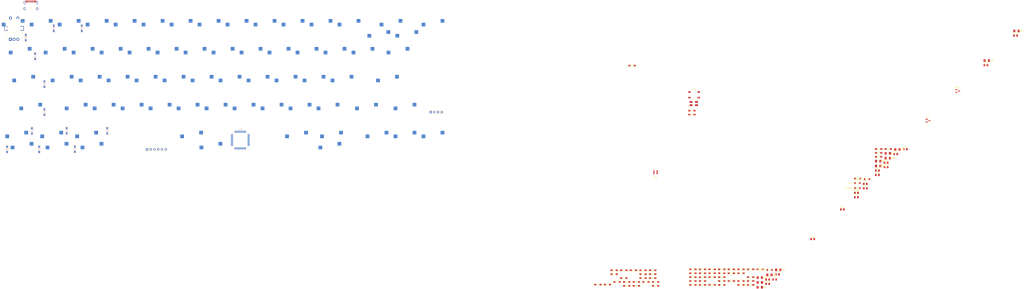
<source format=kicad_pcb>
(kicad_pcb (version 20211014) (generator pcbnew)
  (title_block (title "SharkPCB") (date "2019-09-10") (rev "Alpha") (company "SharkPCB") (comment 1 "And u/ajp10304") (comment 2 "In partnership with Steve from WoodCables") (comment 3 "Designed By Gondolindrim"))
  (layers (0 "F.Cu" signal) (31 "B.Cu" signal) (34 "B.Paste" user) (35 "F.Paste" user) (36 "B.SilkS" user "B.Silkscreen") (37 "F.SilkS" user "F.Silkscreen") (38 "B.Mask" user) (39 "F.Mask" user) (44 "Edge.Cuts" user))
  (net 0 "")
  (net 1 "GND")
  (net 2 "Net-(D11-Pad2)")
  (net 3 "Net-(D12-Pad2)")
  (net 4 "Net-(D13-Pad2)")
  (net 5 "Net-(D14-Pad2)")
  (net 6 "Net-(D15-Pad2)")
  (net 7 "Net-(D16-Pad2)")
  (net 8 "Net-(D17-Pad2)")
  (net 9 "Net-(D18-Pad2)")
  (net 10 "Net-(D19-Pad2)")
  (net 11 "Net-(D21-Pad2)")
  (net 12 "Net-(D22-Pad2)")
  (net 13 "Net-(D23-Pad2)")
  (net 14 "Net-(D24-Pad2)")
  (net 15 "Net-(D25-Pad2)")
  (net 16 "Net-(D26-Pad2)")
  (net 17 "Net-(D27-Pad2)")
  (net 18 "Net-(D28-Pad2)")
  (net 19 "Net-(D29-Pad2)")
  (net 20 "Net-(D31-Pad2)")
  (net 21 "Net-(D32-Pad2)")
  (net 22 "Net-(D33-Pad2)")
  (net 23 "Net-(D34-Pad2)")
  (net 24 "Net-(D35-Pad2)")
  (net 25 "Net-(D36-Pad2)")
  (net 26 "Net-(D38-Pad2)")
  (net 27 "Net-(D39-Pad2)")
  (net 28 "Net-(D41-Pad2)")
  (net 29 "Net-(D42-Pad2)")
  (net 30 "Net-(D43-Pad2)")
  (net 31 "Net-(D44-Pad2)")
  (net 32 "Net-(D45-Pad2)")
  (net 33 "Net-(D46-Pad2)")
  (net 34 "Net-(D47-Pad2)")
  (net 35 "Net-(D1-Pad2)")
  (net 36 "Net-(D2-Pad2)")
  (net 37 "Net-(D3-Pad2)")
  (net 38 "Net-(D4-Pad2)")
  (net 39 "Net-(D5-Pad2)")
  (net 40 "Net-(D6-Pad2)")
  (net 41 "Net-(D7-Pad2)")
  (net 42 "Net-(D8-Pad2)")
  (net 43 "Net-(D9-Pad2)")
  (net 44 "Net-(D10-Pad2)")
  (net 45 "Net-(D20-Pad2)")
  (net 46 "Net-(D30-Pad2)")
  (net 47 "Net-(D40-Pad2)")
  (net 48 "XTAL2")
  (net 49 "XTAL1")
  (net 50 "Row1")
  (net 51 "Row2")
  (net 52 "Row3")
  (net 53 "Row4")
  (net 54 "D-")
  (net 55 "Col1")
  (net 56 "Col2")
  (net 57 "Col3")
  (net 58 "Col4")
  (net 59 "Col5")
  (net 60 "Col6")
  (net 61 "Col7")
  (net 62 "Col8")
  (net 63 "Col9")
  (net 64 "Col10")
  (net 65 "Col11")
  (net 66 "Col12")
  (net 67 "Net-(D0-Pad2)")
  (net 68 "Net-(D4_2-Pad2)")
  (net 69 "Net-(D9_2-Pad2)")
  (net 70 "Net-(D14_2-Pad2)")
  (net 71 "Net-(D27_2-Pad2)")
  (net 72 "Net-(D37-Pad2)")
  (net 73 "Net-(D48-Pad2)")
  (net 74 "Net-(D49-Pad2)")
  (net 75 "Net-(D50-Pad2)")
  (net 76 "Net-(D51-Pad2)")
  (net 77 "Net-(D52-Pad2)")
  (net 78 "Net-(D53-Pad2)")
  (net 79 "Net-(D52_2-Pad2)")
  (net 80 "Net-(D54-Pad2)")
  (net 81 "Net-(D55-Pad2)")
  (net 82 "Net-(D56-Pad2)")
  (net 83 "Net-(D57-Pad2)")
  (net 84 "Net-(D58-Pad2)")
  (net 85 "Net-(D59-Pad2)")
  (net 86 "Net-(D60-Pad2)")
  (net 87 "Net-(D61-Pad2)")
  (net 88 "Net-(D62-Pad2)")
  (net 89 "Net-(D63-Pad2)")
  (net 90 "Net-(D64-Pad2)")
  (net 91 "Net-(D55_2-Pad2)")
  (net 94 "Col0")
  (net 95 "Col13")
  (net 96 "Col14")
  (net 97 "Col15")
  (net 117 "BOOT0")
  (net 118 "5V")
  (net 119 "3.3V")
  (net 120 "NRST")
  (net 121 "Net-(DRST1-Pad2)")
  (net 122 "VBUS")
  (net 123 "Net-(J1-PadA5)")
  (net 126 "EncA")
  (net 127 "EncB")
  (net 128 "EncS1")
  (net 129 "SCL")
  (net 130 "SDA")
  (net 131 "CASE")
  (net 132 "SWCLK")
  (net 133 "SWDIO")
  (net 134 "Net-(CESD1-Pad2)")
  (net 135 "D+Bus")
  (net 136 "D-Bus")
  (net 137 "Net-(CSH1-Pad2)")
  (net 138 "D+")
  (net 139 "Net-(RDM1-Pad2)")
  (net 140 "Net-(RDP1-Pad2)")
  (net 141 "EncOutA")
  (net 142 "EncOutB")
  (net 143 "Net-(J1-PadB5)")
  (footprint "MX_Only:MXOnly-1U-Hotswap" (layer "F.Cu") (at 305.9255 115.418)
    (fp_text reference "SW62")
    (fp_text value "SW_PUSH")
  )
  (footprint "kbd:D3_SMD_v2" (layer "F.Cu") (at 514.38175 214.1841)
    (fp_text reference "D33" hide)
    (fp_text value "D" hide)
  )
  (footprint "Capacitor_SMD:C_0805_2012Metric_Pad1.18x1.45mm_HandSolder" (layer "F.Cu") (at 632.81175 130.9141)
    (fp_text reference "CB1")
    (fp_text value "10n")
  )
  (footprint "MX_Only:MXOnly-1U-Hotswap" (layer "F.Cu") (at 201.1505 58.268)
    (fp_text reference "SW37")
    (fp_text value "SW_PUSH")
  )
  (footprint "Capacitor_SMD:C_0805_2012Metric_Pad1.18x1.45mm_HandSolder" (layer "F.Cu") (at 552.21175 210.5041)
    (fp_text reference "CVB4")
    (fp_text value "1u")
  )
  (footprint "kbd:D3_SMD_v2" (layer "F.Cu") (at 456.23175 214.8241)
    (fp_text reference "D42" hide)
    (fp_text value "D" hide)
  )
  (footprint "Keebio-Part:SW_SPST_TL3342" (layer "F.Cu") (at 502.12175 84.5841)
    (fp_text reference "SRST1")
    (fp_text value "SW_Push")
  )
  (footprint "MX_Only:MXOnly-1U-Hotswap" (layer "F.Cu") (at 305.9255 39.218 180)
    (fp_text reference "SW58")
    (fp_text value "SW_PUSH")
  )
  (footprint "MX_Only:MXOnly-1U-Hotswap" (layer "F.Cu") (at 101.138 96.368)
    (fp_text reference "SW13")
    (fp_text value "SW_PUSH")
  )
  (footprint "MX_Only:MXOnly-1U-Hotswap" (layer "F.Cu") (at 67.8005 58.268)
    (fp_text reference "SW6")
    (fp_text value "SW_PUSH")
  )
  (footprint "MX_Only:MXOnly-1U-Hotswap" (layer "F.Cu") (at 277.3505 58.268)
    (fp_text reference "SW54")
    (fp_text value "SW_PUSH")
  )
  (footprint "acheron_Components:R_SMD_1206" (layer "F.Cu") (at 627.43175 129.7741)
    (fp_text reference "RCC2")
    (fp_text value "5.1k")
  )
  (footprint "MX_Only:MXOnly-1.5U-Hotswap" (layer "F.Cu") (at 43.988 115.418 180)
    (fp_text reference "SW4_2")
    (fp_text value "SW_PUSH_1.5")
  )
  (footprint "acheron_Components:D_SOD-123" (layer "F.Cu") (at 613.30175 144.7541)
    (fp_text reference "DF1")
    (fp_text value "RB060M-60TR")
  )
  (footprint "MX_Only:MXOnly-1U-Hotswap" (layer "F.Cu") (at 191.6255 39.218)
    (fp_text reference "SW36")
    (fp_text value "SW_PUSH")
  )
  (footprint "kbd:D3_SMD_v2" (layer "F.Cu") (at 627.73175 121.5041)
    (fp_text reference "D23" hide)
    (fp_text value "D" hide)
  )
  (footprint "kbd:D3_SMD_v2" (layer "F.Cu") (at 514.38175 203.5841)
    (fp_text reference "D43" hide)
    (fp_text value "D" hide)
  )
  (footprint "MX_Only:MXOnly-1U-Hotswap" (layer "F.Cu") (at 324.9755 115.418)
    (fp_text reference "SW64")
    (fp_text value "SW_PUSH")
  )
  (footprint "MX_Only:MXOnly-1.25U-Hotswap" (layer "F.Cu") (at 255.91925 115.418)
    (fp_text reference "SW48")
    (fp_text value "SW_PUSH_1.25")
  )
  (footprint "MX_Only:MXOnly-1U-Hotswap" (layer "F.Cu") (at 182.1005 58.268)
    (fp_text reference "SW33")
    (fp_text value "SW_PUSH")
  )
  (footprint "acheron_Components:R_SMD_1206" (layer "F.Cu") (at 546.83175 212.4941)
    (fp_text reference "RA2")
    (fp_text value "10k")
  )
  (footprint "MX_Only:MXOnly-1.5U-Hotswap" (layer "F.Cu") (at 43.988 58.268)
    (fp_text reference "SW1")
    (fp_text value "SW_PUSH_1.5")
  )
  (footprint "MX_Only:MXOnly-1U-Hotswap" (layer "F.Cu") (at 39.2255 39.218)
    (fp_text reference "SW0")
    (fp_text value "SW_PUSH")
  )
  (footprint "MX_Only:MXOnly-1U-Hotswap" (layer "F.Cu") (at 134.4755 39.218)
    (fp_text reference "SW23")
    (fp_text value "SW_PUSH")
  )
  (footprint "Capacitor_SMD:C_0805_2012Metric_Pad1.18x1.45mm_HandSolder" (layer "F.Cu") (at 612.58175 154.4441)
    (fp_text reference "CVB3")
    (fp_text value "100n")
  )
  (footprint "kbd:D3_SMD_v2" (layer "F.Cu") (at 460.80175 204.2241)
    (fp_text reference "D57" hide)
    (fp_text value "D" hide)
  )
  (footprint "kbd:D3_SMD_v2" (layer "F.Cu") (at 467.35175 206.8741)
    (fp_text reference "D31" hide)
    (fp_text value "D" hide)
  )
  (footprint "MX_Only:MXOnly-1.75U-Hotswap" (layer "F.Cu") (at 46.36925 77.318)
    (fp_text reference "SW2")
    (fp_text value "SW_PUSH_1.75")
  )
  (footprint "Capacitor_SMD:C_0805_2012Metric_Pad1.18x1.45mm_HandSolder" (layer "F.Cu") (at 626.86175 139.2241)
    (fp_text reference "CVB6")
    (fp_text value "4.7u")
  )
  (footprint "MX_Only:MXOnly-1U-Hotswap" (layer "F.Cu") (at 158.288 96.368)
    (fp_text reference "SW26")
    (fp_text value "SW_PUSH")
  )
  (footprint "kbd:D3_SMD_v2" (layer "F.Cu") (at 500.62175 98.0541)
    (fp_text reference "D11" hide)
    (fp_text value "D" hide)
  )
  (footprint "Capacitor_SMD:C_0805_2012Metric_Pad1.18x1.45mm_HandSolder" (layer "F.Cu") (at 618.63175 145.3341)
    (fp_text reference "CX2")
    (fp_text value "22p")
  )
  (footprint "acheron_Components:D_SOD-123" (layer "F.Cu") (at 613.30175 148.2041)
    (fp_text reference "DLDO1")
    (fp_text value "1N4007")
  )
  (footprint "kbd:D3_SMD_v2" (layer "F.Cu") (at 534.03175 203.5841)
    (fp_text reference "D59" hide)
    (fp_text value "D" hide)
  )
  (footprint "acheron_Components:R_SMD_1206" (layer "F.Cu") (at 553.38175 207.3541)
    (fp_text reference "RB2")
    (fp_text value "10k")
  )
  (footprint "MX_Only:MXOnly-1U-Hotswap" (layer "F.Cu") (at 77.3255 39.218)
    (fp_text reference "SW10")
    (fp_text value "SW_PUSH")
  )
  (footprint "MX_Only:MXOnly-1U-Hotswap" (layer "F.Cu") (at 120.188 96.368)
    (fp_text reference "SW18")
    (fp_text value "SW_PUSH")
  )
  (footprint "kbd:D3_SMD_v2" (layer "F.Cu") (at 507.83175 211.5341)
    (fp_text reference "D54" hide)
    (fp_text value "D" hide)
  )
  (footprint "MX_Only:MXOnly-1U-Hotswap" (layer "F.Cu") (at 96.3755 39.218)
    (fp_text reference "SW15")
    (fp_text value "SW_PUSH")
  )
  (footprint "acheron_Components:R_SMD_1206" (layer "F.Cu") (at 640.53175 121.8241)
    (fp_text reference "RDM1")
    (fp_text value "22R")
  )
  (footprint "MX_Only:MXOnly-1U-Hotswap" (layer "F.Cu") (at 129.713 77.318)
    (fp_text reference "SW21")
    (fp_text value "SW_PUSH")
  )
  (footprint "kbd:D3_SMD_v2" (layer "F.Cu") (at 613.45175 141.7041)
    (fp_text reference "D19" hide)
    (fp_text value "D" hide)
  )
  (footprint "Keebio-Part:RotaryEncoder_EC11" (layer "F.Cu") (at 39.2255 39.218 90)
    (fp_text reference "ROT1")
    (fp_text value "Rotary_Encoder_Switch")
  )
  (footprint "acheron_Components:D_SOD-123" (layer "F.Cu") (at 553.53175 203.9841)
    (fp_text reference "DESD1")
    (fp_text value "1N4007")
  )
  (footprint "kbd:D3_SMD_v2" (layer "F.Cu") (at 627.73175 124.1541)
    (fp_text reference "D16" hide)
    (fp_text value "D" hide)
  )
  (footprint "kbd:D3_SMD_v2" (layer "F.Cu") (at 473.90175 209.5241)
    (fp_text reference "D7" hide)
    (fp_text value "D" hide)
  )
  (footprint "kbd:D3_SMD_v2" (layer "F.Cu") (at 507.83175 214.1841)
    (fp_text reference "D41" hide)
    (fp_text value "D" hide)
  )
  (footprint "kbd:D3_SMD_v2" (layer "F.Cu") (at 507.83175 203.5841)
    (fp_text reference "D45" hide)
    (fp_text value "D" hide)
  )
  (footprint "Capacitor_SMD:C_0805_2012Metric_Pad1.18x1.45mm_HandSolder" (layer "F.Cu") (at 612.58175 151.4341)
    (fp_text reference "CUSB1")
    (fp_text value "4.7n")
  )
  (footprint "MX_Only:MXOnly-1U-Hotswap" (layer "F.Cu") (at 205.913 77.318)
    (fp_text reference "SW38")
    (fp_text value "SW_PUSH")
  )
  (footprint "MX_Only:MXOnly-1U-Hotswap" (layer "F.Cu") (at 144.0005 58.268)
    (fp_text reference "SW24")
    (fp_text value "SW_PUSH")
  )
  (footprint "Package_TO_SOT_SMD:SOT-23" (layer "F.Cu") (at 681.58175 82.0041)
    (fp_text reference "QRST1")
    (fp_text value "DTC123J")
  )
  (footprint "MX_Only:MXOnly-2U-Hotswap" (layer "F.Cu") (at 296.4005 39.218)
    (fp_text reference "SW55_2")
    (fp_text value "SW_PUSH_2")
  )
  (footprint "Capacitor_SMD:C_0805_2012Metric_Pad1.18x1.45mm_HandSolder" (layer "F.Cu") (at 632.81175 133.9241)
    (fp_text reference "CVB5")
    (fp_text value "10n")
  )
  (footprint "MX_Only:MXOnly-1.5U-Hotswap" (layer "F.Cu") (at 301.163 58.268)
    (fp_text reference "SW59")
    (fp_text value "SW_PUSH_1.5")
  )
  (footprint "kbd:D3_SMD_v2" (layer "F.Cu") (at 627.73175 126.8041)
    (fp_text reference "D21" hide)
    (fp_text value "D" hide)
  )
  (footprint "kbd:D3_SMD_v2" (layer "F.Cu") (at 501.28175 208.8841)
    (fp_text reference "D52" hide)
    (fp_text value "D" hide)
  )
  (footprint "Capacitor_SMD:C_0805_2012Metric_Pad1.18x1.45mm_HandSolder" (layer "F.Cu") (at 700.77175 64.3741)
    (fp_text reference "CSI1")
    (fp_text value "100n")
  )
  (footprint "acheron_Components:R_SMD_1206" (layer "F.Cu") (at 546.83175 215.7841)
    (fp_text reference "RB1")
    (fp_text value "10k")
  )
  (footprint "MX_Only:MXOnly-1U-Hotswap" (layer "F.Cu") (at 305.9255 96.368)
    (fp_text reference "SW61")
    (fp_text value "SW_PUSH")
  )
  (footprint "kbd:D3_SMD_v2" (layer "F.Cu") (at 475.88175 212.1741)
    (fp_text reference "D15" hide)
    (fp_text value "D" hide)
  )
  (footprint "kbd:D3_SMD_v2" (layer "F.Cu") (at 500.62175 95.4041)
    (fp_text reference "D29" hide)
    (fp_text value "D" hide)
  )
  (footprint "Capacitor_SMD:C_0805_2012Metric_Pad1.18x1.45mm_HandSolder" (layer "F.Cu") (at 626.86175 136.2141)
    (fp_text reference "CA1")
    (fp_text value "10n")
  )
  (footprint "MX_Only:MXOnly-1U-Hotswap" (layer "F.Cu") (at 86.8505 58.268)
    (fp_text reference "SW11")
    (fp_text value "SW_PUSH")
  )
  (footprint "kbd:D3_SMD_v2" (layer "F.Cu") (at 534.03175 211.5341)
    (fp_text reference "D64" hide)
    (fp_text value "D" hide)
  )
  (footprint "MX_Only:MXOnly-1U-Hotswap" (layer "F.Cu") (at 224.963 77.318)
    (fp_text reference "SW42")
    (fp_text value "SW_PUSH")
  )
  (footprint "kbd:D3_SMD_v2" (layer "F.Cu") (at 520.93175 203.5841)
    (fp_text reference "D37" hide)
    (fp_text value "D" hide)
  )
  (footprint "MX_Only:MXOnly-1U-Hotswap" (layer "F.Cu") (at 72.563 77.318)
    (fp_text reference "SW7")
    (fp_text value "SW_PUSH")
  )
  (footprint "MX_Only:MXOnly-1U-Hotswap" (layer "F.Cu") (at 172.5755 39.218)
    (fp_text reference "SW32")
    (fp_text value "SW_PUSH")
  )
  (footprint "acheron_Components:SOT-23-6" (layer "F.Cu") (at 475.85175 137.4191)
    (fp_text reference "U3")
    (fp_text value "USBLC6-2SC6")
  )
  (footprint "MX_Only:MXOnly-1.25U-Hotswap" (layer "F.Cu") (at 41.60675 115.418)
    (fp_text reference "SW4")
    (fp_text value "SW_PUSH_1.25")
  )
  (footprint "MX_Only:MXOnly-1U-Hotswap" (layer "F.Cu") (at 324.9755 39.218)
    (fp_text reference "SW63")
    (fp_text value "SW_PUSH")
  )
  (footprint "MX_Only:MXOnly-1U-Hotswap" (layer "F.Cu") (at 244.013 77.318)
    (fp_text reference "SW46")
    (fp_text value "SW_PUSH")
  )
  (footprint "kbd:D3_SMD_v2" (layer "F.Cu") (at 527.48175 203.5841)
    (fp_text reference "D55" hide)
    (fp_text value "D" hide)
  )
  (footprint "kbd:D3_SMD_v2" (layer "F.Cu") (at 469.33175 212.1741)
    (fp_text reference "D49" hide)
    (fp_text value "D" hide)
  )
  (footprint "acheron_Connectors:PinHeader_1x6_P2.54mm_Vertical" (layer "F.Cu") (at 136.063 121.768 90)
    (fp_text reference "J5" hide)
    (fp_text value "Conn_01x06_Male" hide)
  )
  (footprint "MX_Only:MXOnly-1.5U-Hotswap" (layer "F.Cu") (at 91.613 115.418 180)
    (fp_text reference "SW14_2")
    (fp_text value "SW_PUSH_1.5")
  )
  (footprint "MX_Only:MXOnly-1U-Hotswap" (layer "F.Cu") (at 239.2505 58.268)
    (fp_text reference "SW45")
    (fp_text value "SW_PUSH")
  )
  (footprint "MX_Only:MXOnly-1U-Hotswap" (layer "F.Cu") (at 115.4255 39.218)
    (fp_text reference "SW19")
    (fp_text value "SW_PUSH")
  )
  (footprint "MX_Only:MXOnly-1U-Hotswap" (layer "F.Cu") (at 186.863 77.318)
    (fp_text reference "SW34")
    (fp_text value "SW_PUSH")
  )
  (footprint "MX_Only:MXOnly-7U-Hotswap" (layer "F.Cu") (at 172.5755 115.418 180)
    (fp_text reference "SW27_2")
    (fp_text value "SW_PUSH_7")
  )
  (footprint "acheron_Components:R_SMD_1206" (layer "F.Cu") (at 701.34175 61.2241)
    (fp_text reference "RDP1")
    (fp_text value "22R")
  )
  (footprint "MX_Only:MXOnly-1U-Hotswap" (layer "F.Cu") (at 163.0505 58.268)
    (fp_text reference "SW29")
    (fp_text value "SW_PUSH")
  )
  (footprint "acheron_Components:R_SMD_1206" (layer "F.Cu") (at 559.43175 203.9041)
    (fp_text reference "RPU1")
    (fp_text value "1.5k")
  )
  (footprint "kbd:D3_SMD_v2" (layer "F.Cu") (at 501.28175 206.2341)
    (fp_text reference "D27" hide)
    (fp_text value "D" hide)
  )
  (footprint "acheron_Connectors:PinHeader_1x4_P2.54mm_Vertical" (layer "F.Cu") (at 326.563 96.368 90)
    (fp_text reference "J2" hide)
    (fp_text value "Conn_01x04_Male" hide)
  )
  (footprint "kbd:D3_SMD_v2" (layer "F.Cu") (at 447.70175 206.8741)
    (fp_text reference "D58" hide)
    (fp_text value "D" hide)
  )
  (footprint "MX_Only:MXOnly-1U-Hotswap" (layer "F.Cu") (at 267.8255 39.218)
    (fp_text reference "SW53")
    (fp_text value "SW_PUSH")
  )
  (footprint "kbd:D3_SMD_v2" (layer "F.Cu") (at 467.35175 209.5241)
    (fp_text reference "D34" hide)
    (fp_text value "D" hide)
  )
  (footprint "MX_Only:MXOnly-1.25U-Hotswap" (layer "F.Cu") (at 65.41925 115.418)
    (fp_text reference "SW9")
    (fp_text value "SW_PUSH_1.25")
  )
  (footprint "kbd:D3_SMD_v2" (layer "F.Cu") (at 459.913 64.618)
    (fp_text reference "D55_2" hide)
    (fp_text value "D" hide)
  )
  (footprint "Fuse:Fuse_0805_2012Metric_Pad1.15x1.40mm_HandSolder" (layer "F.Cu") (at 556.99175 210.4741)
    (fp_text reference "F1")
    (fp_text value "1A")
  )
  (footprint "MX_Only:MXOnly-1U-Hotswap" (layer "F.Cu") (at 210.6755 39.218)
    (fp_text reference "SW40")
    (fp_text value "SW_PUSH")
  )
  (footprint "kbd:D3_SMD_v2" (layer "F.Cu") (at 534.03175 214.1841)
    (fp_text reference "D50" hide)
    (fp_text value "D" hide)
  )
  (footprint "kbd:D3_SMD_v2" (layer "F.Cu") (at 514.38175 208.8841)
    (fp_text reference "D8" hide)
    (fp_text value "D" hide)
  )
  (footprint "MX_Only:MXOnly-1U-Hotswap" (layer "F.Cu") (at 220.2005 58.268)
    (fp_text reference "SW41")
    (fp_text value "SW_PUSH")
  )
  (footprint "acheron_Components:R_SMD_1206" (layer "F.Cu") (at 546.83175 209.2041)
    (fp_text reference "RSH1")
    (fp_text value "1M")
  )
  (footprint "kbd:D3_SMD_v2" (layer "F.Cu") (at 462.78175 214.8241)
    (fp_text reference "D56" hide)
    (fp_text value "D" hide)
  )
  (footprint "MX_Only:MXOnly-1.75U-Hotswap" (layer "F.Cu") (at 279.73175 96.368)
    (fp_text reference "SW56")
    (fp_text value "SW_PUSH_1.75")
  )
  (footprint "MX_Only:MXOnly-1.5U-Hotswap" (layer "F.Cu") (at 253.538 115.418 180)
    (fp_text reference "SW52_2")
    (fp_text value "SW_PUSH_1.5")
  )
  (footprint "acheron_Components:R_SMD_1206" (layer "F.Cu") (at 633.98175 124.4741)
    (fp_text reference "RA1")
    (fp_text value "10k")
  )
  (footprint "Package_TO_SOT_SMD:SOT-23" (layer "F.Cu") (at 661.38175 102.2041)
    (fp_text reference "U2")
    (fp_text value "MCP1700-3302E_SOT23")
  )
  (footprint "Capacitor_SMD:C_0805_2012Metric_Pad1.18x1.45mm_HandSolder" (layer "F.Cu") (at 582.86175 182.9241)
    (fp_text reference "CVB1")
    (fp_text value "100n")
  )
  (footprint "MX_Only:MXOnly-2.25U-Hotswap" (layer "F.Cu") (at 51.13175 96.368)
    (fp_text reference "SW3")
    (fp_text value "SW_PUSH_2.25")
  )
  (footprint "Capacitor_SMD:C_0805_2012Metric_Pad1.18x1.45mm_HandSolder" (layer "F.Cu") (at 558.86175 207.0541)
    (fp_text reference "CSH1")
    (fp_text value "4.7n")
  )
  (footprint "MX_Only:MXOnly-1U-Hotswap" (layer "F.Cu") (at 82.088 96.368)
    (fp_text reference "SW8")
    (fp_text value "SW_PUSH")
  )
  (footprint "kbd:D3_SMD_v2" (layer "F.Cu") (at 634.28175 121.5041)
    (fp_text reference "D46" hide)
    (fp_text value "D" hide)
  )
  (footprint "kbd:D3_SMD_v2" (layer "F.Cu") (at 527.48175 206.2341)
    (fp_text reference "D24" hide)
    (fp_text value "D" hide)
  )
  (footprint "MX_Only:MXOnly-6.25U-Hotswap-ReversedStabilizers" (layer "F.Cu") (at 160.66925 115.418)
    (fp_text reference "SW27")
    (fp_text value "SW_PUSH_6.25")
  )
  (footprint "kbd:D3_SMD_v2" (layer "F.Cu") (at 507.83175 208.8841)
    (fp_text reference "D62" hide)
    (fp_text value "D" hide)
  )
  (footprint "kbd:D3_SMD_v2" (layer "F.Cu") (at 527.48175 211.5341)
    (fp_text reference "D48" hide)
    (fp_text value "D" hide)
  )
  (footprint "acheron_Components:D_SOD-123" (layer "F.Cu") (at 619.85175 142.1041)
    (fp_text reference "DRST1")
    (fp_text value "1N4148")
  )
  (footprint "MX_Only:MXOnly-1U-Hotswap" (layer "F.Cu") (at 91.613 77.318)
    (fp_text reference "SW12")
    (fp_text value "SW_PUSH")
  )
  (footprint "acheron_Connectors:TYPE-C-31-M-12" (layer "F.Cu") (at 50.663 20.168)
    (fp_text reference "J1")
    (fp_text value "TYPE-C-31-M12_13")
  )
  (footprint "Capacitor_SMD:C_0805_2012Metric_Pad1.18x1.45mm_HandSolder" (layer "F.Cu") (at 603.06175 162.7241)
    (fp_text reference "CRST1")
    (fp_text value "10u")
  )
  (footprint "MX_Only:MXOnly-1U-Hotswap" (layer "F.Cu") (at 215.438 96.368)
    (fp_text reference "SW39")
    (fp_text value "SW_PUSH")
  )
  (footprint "MX_Only:MXOnly-1.25U-Hotswap" (layer "F.Cu") (at 89.23175 115.418)
    (fp_text reference "SW14")
    (fp_text value "SW_PUSH_1.25")
  )
  (footprint "acheron_Components:R_SMD_1206" (layer "F.Cu") (at 627.43175 133.0641)
    (fp_text reference "RRST1")
    (fp_text value "100k")
  )
  (footprint "MX_Only:MXOnly-1U-Hotswap" (layer "F.Cu") (at 67.8005 115.418 180)
    (fp_text reference "SW9_2")
    (fp_text value "SW_PUSH")
  )
  (footprint "MX_Only:MXOnly-1U-Hotswap" (layer "F.Cu") (at 177.338 96.368)
    (fp_text reference "SW31")
    (fp_text value "SW_PUSH")
  )
  (footprint "acheron_Components:R_SMD_1206" (layer "F.Cu") (at 633.98175 127.7641)
    (fp_text reference "RESD1")
    (fp_text value "1M")
  )
  (footprint "kbd:D3_SMD_v2" (layer "F.Cu") (at 467.35175 204.2241)
    (fp_text reference "D28" hide)
    (fp_text value "D" hide)
  )
  (footprint "MX_Only:MXOnly-1U-Hotswap" (layer "F.Cu") (at 196.388 96.368)
    (fp_text reference "SW35")
    (fp_text value "SW_PUSH")
  )
  (footprint "MX_Only:MXOnly-1U-Hotswap" (layer "F.Cu") (at 58.2755 39.218)
    (fp_text reference "SW5")
    (fp_text value "SW_PUSH")
  )
  (footprint "kbd:D3_SMD_v2" (layer "F.Cu") (at 501.28175 214.1841)
    (fp_text reference "D26" hide)
    (fp_text value "D" hide)
  )
  (footprint "MX_Only:MXOnly-1U-Hotswap" (layer "F.Cu") (at 258.3005 58.268)
    (fp_text reference "SW50")
    (fp_text value "SW_PUSH")
  )
  (footprint "acheron_Components:R_SMD_1206" (layer "F.Cu") (at 721.54175 41.0241)
    (fp_text reference "RCC1")
    (fp_text value "5.1k")
  )
  (footprint "MX_Only:MXOnly-1U-Hotswap" (layer "F.Cu") (at 234.488 96.368)
    (fp_text reference "SW43")
    (fp_text value "SW_PUSH")
  )
  (footprint "MX_Only:MXOnly-1.25U-Hotswap" (layer "F.Cu") (at 232.108974 115.418)
    (fp_text reference "SW52")
    (fp_text value "SW_PUSH_1.25")
  )
  (footprint "kbd:D3_SMD_v2" (layer "F.Cu") (at 473.90175 206.8741)
    (fp_text reference "D61" hide)
    (fp_text value "D" hide)
  )
  (footprint "acheron_Components:Crystal_SMD_5032-4Pin_5.0x3.2mm" (layer "F.Cu") (at 501.89675 90.5341)
    (fp_text reference "Y1")
    (fp_text value "8MHz")
  )
  (footprint "Capacitor_SMD:C_0805_2012Metric_Pad1.18x1.45mm_HandSolder" (layer "F.Cu") (at 720.97175 44.1741)
    (fp_text reference "CESD1")
    (fp_text value "4.7n")
  )
  (footprint "MX_Only:MXOnly-1U-Hotswap" (layer "F.Cu") (at 229.7255 39.218)
    (fp_text reference "SW44")
    (fp_text value "SW_PUSH")
  )
  (footprint "kbd:D3_SMD_v2" (layer "F.Cu") (at 514.38175 206.2341)
    (fp_text reference "D17" hide)
    (fp_text value "D" hide)
  )
  (footprint "kbd:D3_SMD_v2" (layer "F.Cu") (at 456.23175 212.1741)
    (fp_text reference "D13" hide)
    (fp_text value "D" hide)
  )
  (footprint "MX_Only:MXOnly-1U-Hotswap" (layer "F.Cu") (at 139.238 96.368)
    (fp_text reference "SW22")
    (fp_text value "SW_PUSH")
  )
  (footprint "kbd:D3_SMD_v2" (layer "F.Cu") (at 449.68175 212.1741)
    (fp_text reference "D22" hide)
    (fp_text value "D" hide)
  )
  (footprint "MX_Only:MXOnly-1U-Hotswap" (layer "F.Cu") (at 153.5255 39.218)
    (fp_text reference "SW28")
    (fp_text value "SW_PUSH")
  )
  (footprint "kbd:D3_SMD_v2" (layer "F.Cu") (at 540.58175 214.1841)
    (fp_text reference "D39" hide)
    (fp_text value "D" hide)
  )
  (footprint "MX_Only:MXOnly-1U-Hotswap" (layer "F.Cu") (at 263.063 77.318)
    (fp_text reference "SW51")
    (fp_text value "SW_PUSH")
  )
  (footprint "MX_Only:MXOnly-1U-Hotswap" (layer "F.Cu") (at 105.9005 58.268)
    (fp_text reference "SW16")
    (fp_text value "SW_PUSH")
  )
  (footprint "MX_Only:MXOnly-1U-Hotswap" (layer "F.Cu") (at 110.663 77.318)
    (fp_text reference "SW17")
    (fp_text value "SW_PUSH")
  )
  (footprint "kbd:D3_SMD_v2" (layer "F.Cu") (at 507.83175 206.2341)
    (fp_text reference "D63" hide)
    (fp_text value "D" hide)
  )
  (footprint "kbd:D3_SMD_v2" (layer "F.Cu") (at 443.13175 213.9641)
    (fp_text reference "D51" hide)
    (fp_text value "D" hide)
  )
  (footprint "kbd:D3_SMD_v2" (layer "F.Cu") (at 540.58175 211.5341)
    (fp_text reference "D60" hide)
    (fp_text value "D" hide)
  )
  (footprint "kbd:D3_SMD_v2" (layer "F.Cu") (at 501.28175 203.5841)
    (fp_text reference "D12" hide)
    (fp_text value "D" hide)
  )
  (footprint "kbd:D3_SMD_v2" (layer "F.Cu") (at 540.58175 208.8841)
    (fp_text reference "D35" hide)
    (fp_text value "D" hide)
  )
  (footprint "kbd:D3_SMD_v2" (layer "F.Cu") (at 520.93175 214.1841)
    (fp_text reference "D25" hide)
    (fp_text value "D" hide)
  )
  (footprint "kbd:D3_SMD_v2" (layer "F.Cu") (at 501.28175 211.5341)
    (fp_text reference "D27_2" hide)
    (fp_text value "D" hide)
  )
  (footprint "kbd:D3_SMD_v2" (layer "F.Cu") (at 436.58175 213.9641)
    (fp_text reference "D18" hide)
    (fp_text value "D" hide)
  )
  (footprint "kbd:D3_SMD_v2" (layer "F.Cu") (at 447.70175 204.2241)
    (fp_text reference "D40" hide)
    (fp_text value "D" hide)
  )
  (footprint "MX_Only:MXOnly-1U-Hotswap" (layer "F.Cu") (at 124.9505 58.268)
    (fp_text reference "SW20")
    (fp_text value "SW_PUSH")
  )
  (footprint "MX_Only:MXOnly-1U-Hotswap" (layer "F.Cu") (at 253.538 96.368)
    (fp_text reference "SW47")
    (fp_text value "SW_PUSH")
  )
  (footprint "kbd:D3_SMD_v2" (layer "F.Cu") (at 462.78175 212.1741)
    (fp_text reference "D38" hide)
    (fp_text value "D" hide)
  )
  (footprint "Capacitor_SMD:C_0805_2012Metric_Pad1.18x1.45mm_HandSolder" (layer "F.Cu") (at 645.91175 121.6841)
    (fp_text reference "CX1")
    (fp_text value "22p")
  )
  (footprint "kbd:D3_SMD_v2" (layer "F.Cu") (at 454.25175 209.5241)
    (fp_text reference "D30" hide)
    (fp_text value "D" hide)
  )
  (footprint "kbd:D3_SMD_v2" (layer "F.Cu") (at 534.03175 206.2341)
    (fp_text reference "D52_2" hide)
    (fp_text value "D" hide)
  )
  (footprint "Capacitor_SMD:C_0805_2012Metric_Pad1.18x1.45mm_HandSolder" (layer "F.Cu") (at 639.36175 124.9741)
    (fp_text reference "CSO1")
    (fp_text value "100n")
  )
  (footprint "kbd:D3_SMD_v2" (layer "F.Cu") (at 540.58175 203.5841)
    (fp_text reference "D6" hide)
    (fp_text value "D" hide)
  )
  (footprint "kbd:D3_SMD_v2" (layer "F.Cu") (at 473.90175 204.2241)
    (fp_text reference "D53" hide)
    (fp_text value "D" hide)
  )
  (footprint "Capacitor_SMD:C_0805_2012Metric_Pad1.18x1.45mm_HandSolder" (layer "F.Cu") (at 552.21175 213.5141)
    (fp_text reference "CRST2")
    (fp_text value "4.7n")
  )
  (footprint "kbd:D3_SMD_v2" (layer "F.Cu") (at 475.88175 214.8241)
    (fp_text reference "D44" hide)
    (fp_text value "D" hide)
  )
  (footprint "kbd:D3_SMD_v2" (layer "F.Cu") (at 520.93175 208.8841)
    (fp_text reference "D36" hide)
    (fp_text value "D" hide)
  )
  (footprint "Capacitor_SMD:C_0805_2012Metric_Pad1.18x1.45mm_HandSolder" (layer "F.Cu") (at 618.63175 148.3441)
    (fp_text reference "CVB2")
    (fp_text value "100n")
  )
  (footprint "MX_Only:MXOnly-1U-Hotswap" (layer "F.Cu") (at 167.813 77.318)
    (fp_text reference "SW30")
    (fp_text value "SW_PUSH")
  )
  (footprint "MX_Only:MXOnly-1U-Hotswap" (layer "F.Cu") (at 248.7755 39.218)
    (fp_text reference "SW49")
    (fp_text value "SW_PUSH")
  )
  (footprint "MX_Only:MXOnly-1U-Hotswap" (layer "F.Cu") (at 286.8755 115.418)
    (fp_text reference "SW57")
    (fp_text value "SW_PUSH")
  )
  (footprint "kbd:D3_SMD_v2" (layer "F.Cu") (at 547.13175 203.5841)
    (fp_text reference "D47" hide)
    (fp_text value "D" hide)
  )
  (footprint "MX_Only:MXOnly-2.25U-Hotswap" (layer "F.Cu") (at 294.01925 77.318)
    (fp_text reference "SW60")
    (fp_text value "SW_PUSH_2.25")
  )
  (footprint "kbd:D3_SMD_v2" (layer "F.Cu") (at 520.93175 211.5341)
    (fp_text reference "D32" hide)
    (fp_text value "D" hide)
  )
  (footprint "MX_Only:MXOnly-1U-Hotswap" (layer "F.Cu") (at 148.763 77.318)
    (fp_text reference "SW25")
    (fp_text value "SW_PUSH")
  )
  (footprint "kbd:D3_SMD_v2" (layer "F.Cu") (at 520.93175 206.2341)
    (fp_text reference "D52" hide)
    (fp_text value "D" hide)
  )
  (footprint "MX_Only:MXOnly-1U-Hotswap" (layer "F.Cu") (at 286.8755 39.218 180)
    (fp_text reference "SW55")
    (fp_text value "SW_PUSH")
  )
  (footprint "kbd:D3_SMD_v2" (layer "F.Cu") (at 454.25175 204.2241)
    (fp_text reference "D20" hide)
    (fp_text value "D" hide)
  )
  (footprint "kbd:D3_SMD_v2" (layer "B.Cu") (at 59.863 96.368 90)
    (fp_text reference "D3" hide)
    (fp_text value "D" hide)
  )
  (footprint "kbd:D3_SMD_v2" (layer "B.Cu") (at 66.213 39.218 90)
    (fp_text reference "D5" hide)
    (fp_text value "D" hide)
  )
  (footprint "kbd:D3_SMD_v2" (layer "B.Cu") (at 47.163 45.568 90)
    (fp_text reference "D0" hide)
    (fp_text value "D" hide)
  )
  (footprint "kbd:D3_SMD_v2" (layer "B.Cu") (at 74.992354 109.097626 90)
    (fp_text reference "D9_2" hide)
    (fp_text value "D" hide)
  )
  (footprint "kbd:D3_SMD_v2" (layer "B.Cu") (at 80.557258 121.639516 90)
    (fp_text reference "D14" hide)
    (fp_text value "D" hide)
  )
  (footprint "kbd:D3_SMD_v2" (layer "B.Cu") (at 53.513 58.268 90)
    (fp_text reference "D1" hide)
    (fp_text value "D" hide)
  )
  (footprint "kbd:D3_SMD_v2" (layer "B.Cu") (at 56.312682 121.768 90)
    (fp_text reference "D9" hide)
    (fp_text value "D" hide)
  )
  (footprint "Package_QFP:LQFP-64_10x10mm_P0.5mm" (layer "B.Cu") (at 193.213 115.418 180)
    (fp_text reference "U1")
    (fp_text value "STM32F103RBTx")
  )
  (footprint "kbd:D3_SMD_v2" (layer "B.Cu") (at 34.463 121.768 90)
    (fp_text reference "D4" hide)
    (fp_text value "D" hide)
  )
  (footprint "kbd:D3_SMD_v2" (layer "B.Cu") (at 51.377266 109.186711 90)
    (fp_text reference "D4_2" hide)
    (fp_text value "D" hide)
  )
  (footprint "kbd:D3_SMD_v2" (layer "B.Cu") (at 59.863 77.318 90)
    (fp_text reference "D2" hide)
    (fp_text value "D" hide)
  )
  (footprint "kbd:D3_SMD_v2" (layer "B.Cu") (at 85.263 39.218 90)
    (fp_text reference "D10" hide)
    (fp_text value "D" hide)
  )
  (footprint "kbd:D3_SMD_v2" (layer "B.Cu") (at 102.629137 109.152043 90)
    (fp_text reference "D14_2" hide)
    (fp_text value "D" hide)
  )
)
</source>
